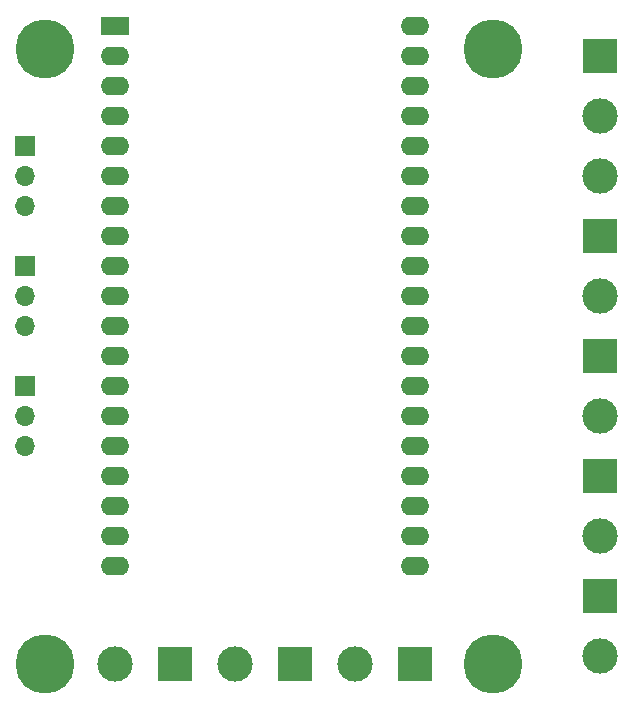
<source format=gbs>
%TF.GenerationSoftware,KiCad,Pcbnew,6.0.4+dfsg-1+b1*%
%TF.CreationDate,2022-05-29T14:40:34+05:00*%
%TF.ProjectId,evlamp,65766c61-6d70-42e6-9b69-6361645f7063,rev?*%
%TF.SameCoordinates,Original*%
%TF.FileFunction,Soldermask,Bot*%
%TF.FilePolarity,Negative*%
%FSLAX46Y46*%
G04 Gerber Fmt 4.6, Leading zero omitted, Abs format (unit mm)*
G04 Created by KiCad (PCBNEW 6.0.4+dfsg-1+b1) date 2022-05-29 14:40:34*
%MOMM*%
%LPD*%
G01*
G04 APERTURE LIST*
%ADD10C,0.800000*%
%ADD11C,5.000000*%
%ADD12O,2.400000X1.600000*%
%ADD13R,2.400000X1.600000*%
%ADD14R,3.000000X3.000000*%
%ADD15C,3.000000*%
%ADD16O,1.700000X1.700000*%
%ADD17R,1.700000X1.700000*%
G04 APERTURE END LIST*
D10*
%TO.C,REF\u002A\u002A*%
X77875825Y-124835175D03*
X75224175Y-127486825D03*
X78425000Y-126161000D03*
X77875825Y-127486825D03*
X76550000Y-124286000D03*
X74675000Y-126161000D03*
X76550000Y-128036000D03*
X75224175Y-124835175D03*
D11*
X76550000Y-126161000D03*
%TD*%
D12*
%TO.C,DD1*%
X107950000Y-72161000D03*
X107950000Y-74701000D03*
X107950000Y-77241000D03*
X107950000Y-79781000D03*
X107950000Y-82321000D03*
X107950000Y-84861000D03*
X107950000Y-87401000D03*
X107950000Y-89941000D03*
X107950000Y-92481000D03*
X107950000Y-95021000D03*
X107950000Y-97561000D03*
X107950000Y-100101000D03*
X107950000Y-102641000D03*
X107950000Y-105181000D03*
X107950000Y-107721000D03*
X107950000Y-110261000D03*
X107950000Y-112801000D03*
X107950000Y-115341000D03*
X107950000Y-117881000D03*
X82550000Y-117881000D03*
X82550000Y-115341000D03*
X82550000Y-112801000D03*
X82550000Y-110261000D03*
X82550000Y-107721000D03*
X82550000Y-105181000D03*
X82550000Y-102641000D03*
X82550000Y-100101000D03*
X82550000Y-97561000D03*
X82550000Y-95021000D03*
X82550000Y-92481000D03*
X82550000Y-89941000D03*
X82550000Y-87401000D03*
X82550000Y-84861000D03*
X82550000Y-82321000D03*
X82550000Y-79781000D03*
X82550000Y-77241000D03*
X82550000Y-74701000D03*
D13*
X82550000Y-72161000D03*
%TD*%
D14*
%TO.C,X2*%
X123550000Y-89941000D03*
D15*
X123550000Y-95021000D03*
%TD*%
D14*
%TO.C,X3*%
X123550000Y-100101000D03*
D15*
X123550000Y-105181000D03*
%TD*%
D14*
%TO.C,X8*%
X87630000Y-126161000D03*
D15*
X82550000Y-126161000D03*
%TD*%
D10*
%TO.C,REF\u002A\u002A*%
X112675000Y-126161000D03*
X115875825Y-127486825D03*
X115875825Y-124835175D03*
X114550000Y-124286000D03*
X116425000Y-126161000D03*
X113224175Y-124835175D03*
D11*
X114550000Y-126161000D03*
D10*
X113224175Y-127486825D03*
X114550000Y-128036000D03*
%TD*%
D16*
%TO.C,X9*%
X74930000Y-97561000D03*
X74930000Y-95021000D03*
D17*
X74930000Y-92481000D03*
%TD*%
D10*
%TO.C,REF\u002A\u002A*%
X77875825Y-75486825D03*
X76550000Y-76036000D03*
X75224175Y-75486825D03*
X75224175Y-72835175D03*
D11*
X76550000Y-74161000D03*
D10*
X77875825Y-72835175D03*
X74675000Y-74161000D03*
X78425000Y-74161000D03*
X76550000Y-72286000D03*
%TD*%
D14*
%TO.C,X5*%
X123550000Y-120421000D03*
D15*
X123550000Y-125501000D03*
%TD*%
D14*
%TO.C,X1*%
X123550000Y-74701000D03*
D15*
X123550000Y-79781000D03*
X123550000Y-84861000D03*
%TD*%
D17*
%TO.C,X11*%
X74930000Y-82321000D03*
D16*
X74930000Y-84861000D03*
X74930000Y-87401000D03*
%TD*%
D10*
%TO.C,REF\u002A\u002A*%
X113224175Y-72835175D03*
X112675000Y-74161000D03*
X114550000Y-76036000D03*
X115875825Y-72835175D03*
X114550000Y-72286000D03*
X113224175Y-75486825D03*
X116425000Y-74161000D03*
X115875825Y-75486825D03*
D11*
X114550000Y-74161000D03*
%TD*%
D17*
%TO.C,X10*%
X74930000Y-102641000D03*
D16*
X74930000Y-105181000D03*
X74930000Y-107721000D03*
%TD*%
D14*
%TO.C,X7*%
X97790000Y-126161000D03*
D15*
X92710000Y-126161000D03*
%TD*%
D14*
%TO.C,X4*%
X123550000Y-110261000D03*
D15*
X123550000Y-115341000D03*
%TD*%
D14*
%TO.C,X6*%
X107950000Y-126161000D03*
D15*
X102870000Y-126161000D03*
%TD*%
M02*

</source>
